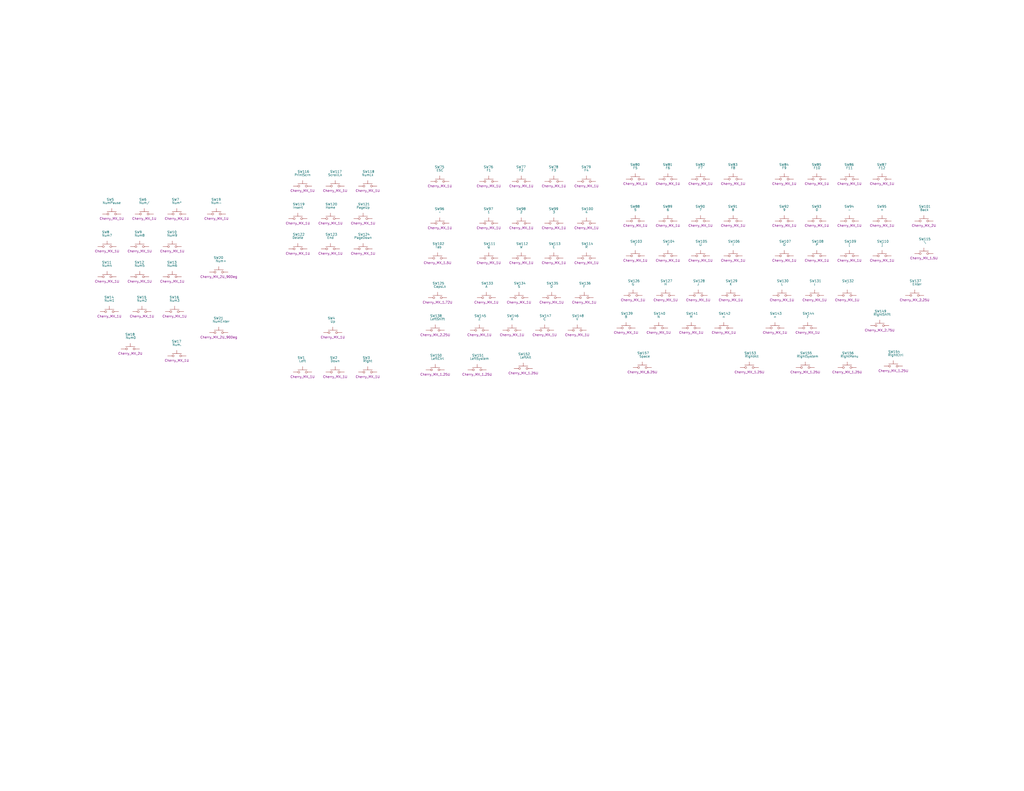
<source format=kicad_sch>
(kicad_sch (version 20231120) (generator "eeschema") (generator_version "8.0")
  (paper "C")
  (no_connect (at -17.78 -119.38))
  (no_connect (at -20.32 -121.92))
  (symbol (lib_name "Mechanical_Keyboard/Cherry_MX_2.75U_1") (lib_id "DB:Mechanical_Keyboard/Cherry_MX_2.75U") (at 480.06 177.8 0) (unit 1)
    (property "Reference" "SW149" (at 477.266 169.926 0) (effects (justify left)))
    (property "Value" "RightShift" (at 481.33 171.704 0))
    (property "Footprint" "bk_Switch_Keyboard_Cherry_MX:SW_Cherry_MX_PCB_2.75u" (effects (hide yes)))
    (property "Description" "Cherry_MX_2.75U" (at 480.06 180.34 0))
    (property "MPN" "Unkown" (effects (hide yes)))
    (property "Manufacture" "Unkown" (effects (hide yes)))
    (property "Symbol Heritage" "NONE" (effects (hide yes)))
    (property "Footprint Heritage" "NONE" (effects (hide yes)))
  )
  (symbol (lib_name "Mechanical_Keyboard/Cherry_MX_1.0U_1") (lib_id "DB:Mechanical_Keyboard/Cherry_MX_1.0U") (at 400.05 120.65 0) (unit 1)
    (property "Reference" "SW91" (at 397.256 112.776 0) (effects (justify left)))
    (property "Value" "8" (at 400.05 114.554 0))
    (property "Footprint" "bk_Switch_Keyboard_Cherry_MX:SW_Cherry_MX_PCB_1.00u" (effects (hide yes)))
    (property "Description" "Cherry_MX_1U" (at 400.05 123.19 0))
    (property "MPN" "Unkown" (effects (hide yes)))
    (property "Manufacture" "Unkown" (effects (hide yes)))
    (property "Symbol Heritage" "NONE" (effects (hide yes)))
    (property "Footprint Heritage" "NONE" (effects (hide yes)))
  )
  (symbol (lib_name "Mechanical_Keyboard/Cherry_MX_1.0U_1") (lib_id "DB:Mechanical_Keyboard/Cherry_MX_1.0U") (at 381 161.29 0) (unit 1)
    (property "Reference" "SW128" (at 378.206 153.416 0) (effects (justify left)))
    (property "Value" "J" (at 381 155.194 0))
    (property "Footprint" "bk_Switch_Keyboard_Cherry_MX:SW_Cherry_MX_PCB_1.00u" (effects (hide yes)))
    (property "Description" "Cherry_MX_1U" (at 381 163.83 0))
    (property "MPN" "Unkown" (effects (hide yes)))
    (property "Manufacture" "Unkown" (effects (hide yes)))
    (property "Symbol Heritage" "NONE" (effects (hide yes)))
    (property "Footprint Heritage" "NONE" (effects (hide yes)))
  )
  (symbol (lib_name "Mechanical_Keyboard/Cherry_MX_1.0U_1") (lib_id "DB:Mechanical_Keyboard/Cherry_MX_1.0U") (at 364.49 97.79 0) (unit 1)
    (property "Reference" "SW81" (at 361.696 89.916 0) (effects (justify left)))
    (property "Value" "F6" (at 364.49 91.694 0))
    (property "Footprint" "bk_Switch_Keyboard_Cherry_MX:SW_Cherry_MX_PCB_1.00u" (effects (hide yes)))
    (property "Description" "Cherry_MX_1U" (at 364.49 100.33 0))
    (property "MPN" "Unkown" (effects (hide yes)))
    (property "Manufacture" "Unkown" (effects (hide yes)))
    (property "Symbol Heritage" "NONE" (effects (hide yes)))
    (property "Footprint Heritage" "NONE" (effects (hide yes)))
  )
  (symbol (lib_name "Mechanical_Keyboard/Cherry_MX_1.0U_1") (lib_id "DB:Mechanical_Keyboard/Cherry_MX_1.0U") (at 266.7 140.97 0) (unit 1)
    (property "Reference" "SW111" (at 263.906 133.096 0) (effects (justify left)))
    (property "Value" "Q" (at 266.7 134.874 0))
    (property "Footprint" "bk_Switch_Keyboard_Cherry_MX:SW_Cherry_MX_PCB_1.00u" (effects (hide yes)))
    (property "Description" "Cherry_MX_1U" (at 266.7 143.51 0))
    (property "MPN" "Unkown" (effects (hide yes)))
    (property "Manufacture" "Unkown" (effects (hide yes)))
    (property "Symbol Heritage" "NONE" (effects (hide yes)))
    (property "Footprint Heritage" "NONE" (effects (hide yes)))
  )
  (symbol (lib_name "Mechanical_Keyboard/Cherry_MX_1.0U_1") (lib_id "DB:Mechanical_Keyboard/Cherry_MX_1.0U") (at 481.33 120.65 0) (unit 1)
    (property "Reference" "SW95" (at 478.536 112.776 0) (effects (justify left)))
    (property "Value" "=" (at 481.33 114.554 0))
    (property "Footprint" "bk_Switch_Keyboard_Cherry_MX:SW_Cherry_MX_PCB_1.00u" (effects (hide yes)))
    (property "Description" "Cherry_MX_1U" (at 481.33 123.19 0))
    (property "MPN" "Unkown" (effects (hide yes)))
    (property "Manufacture" "Unkown" (effects (hide yes)))
    (property "Symbol Heritage" "NONE" (effects (hide yes)))
    (property "Footprint Heritage" "NONE" (effects (hide yes)))
  )
  (symbol (lib_name "Mechanical_Keyboard/Cherry_MX_1.0U_1") (lib_id "DB:Mechanical_Keyboard/Cherry_MX_1.0U") (at 118.11 116.84 0) (unit 1)
    (property "Reference" "SW19" (at 115.316 108.966 0) (effects (justify left)))
    (property "Value" "Num-" (at 118.11 110.744 0))
    (property "Footprint" "bk_Switch_Keyboard_Cherry_MX:SW_Cherry_MX_PCB_1.00u" (effects (hide yes)))
    (property "Description" "Cherry_MX_1U" (at 118.11 119.38 0))
    (property "MPN" "Unkown" (effects (hide yes)))
    (property "Manufacture" "Unkown" (effects (hide yes)))
    (property "Symbol Heritage" "NONE" (effects (hide yes)))
    (property "Footprint Heritage" "NONE" (effects (hide yes)))
  )
  (symbol (lib_name "Mechanical_Keyboard/Cherry_MX_1.25U_1") (lib_id "DB:Mechanical_Keyboard/Cherry_MX_1.25U") (at 487.4813 199.9377 0) (unit 1)
    (property "Reference" "SW154" (at 484.6873 192.0637 0) (effects (justify left)))
    (property "Value" "RightCtrl" (at 488.7513 193.8417 0))
    (property "Footprint" "bk_Switch_Keyboard_Cherry_MX:SW_Cherry_MX_PCB_1.25u" (effects (hide yes)))
    (property "Description" "Cherry_MX_1.25U" (at 487.4813 202.4777 0))
    (property "MPN" "Unkown" (effects (hide yes)))
    (property "Manufacture" "Unkown" (effects (hide yes)))
    (property "Symbol Heritage" "NONE" (effects (hide yes)))
    (property "Footprint Heritage" "NONE" (effects (hide yes)))
  )
  (symbol (lib_name "Mechanical_Keyboard/Cherry_MX_2.25U_1") (lib_id "DB:Mechanical_Keyboard/Cherry_MX_2.25U") (at 237.49 180.34 0) (unit 1)
    (property "Reference" "SW138" (at 234.696 172.466 0) (effects (justify left)))
    (property "Value" "LeftShift" (at 238.76 174.244 0))
    (property "Footprint" "bk_Switch_Keyboard_Cherry_MX:SW_Cherry_MX_PCB_2.25u" (effects (hide yes)))
    (property "Description" "Cherry_MX_2.25U" (at 237.49 182.88 0))
    (property "MPN" "Unkown" (effects (hide yes)))
    (property "Manufacture" "Unkown" (effects (hide yes)))
    (property "Symbol Heritage" "NONE" (effects (hide yes)))
    (property "Footprint Heritage" "NONE" (effects (hide yes)))
  )
  (symbol (lib_name "Mechanical_Keyboard/Cherry_MX_1.0U_1") (lib_id "DB:Mechanical_Keyboard/Cherry_MX_1.0U") (at 302.26 140.97 0) (unit 1)
    (property "Reference" "SW113" (at 299.466 133.096 0) (effects (justify left)))
    (property "Value" "E" (at 302.26 134.874 0))
    (property "Footprint" "bk_Switch_Keyboard_Cherry_MX:SW_Cherry_MX_PCB_1.00u" (effects (hide yes)))
    (property "Description" "Cherry_MX_1U" (at 302.26 143.51 0))
    (property "MPN" "Unkown" (effects (hide yes)))
    (property "Manufacture" "Unkown" (effects (hide yes)))
    (property "Symbol Heritage" "NONE" (effects (hide yes)))
    (property "Footprint Heritage" "NONE" (effects (hide yes)))
  )
  (symbol (lib_name "Mechanical_Keyboard/Cherry_MX_1.0U_1") (lib_id "DB:Mechanical_Keyboard/Cherry_MX_1.0U") (at 283.21 162.56 0) (unit 1)
    (property "Reference" "SW134" (at 280.416 154.686 0) (effects (justify left)))
    (property "Value" "S" (at 283.21 156.464 0))
    (property "Footprint" "bk_Switch_Keyboard_Cherry_MX:SW_Cherry_MX_PCB_1.00u" (effects (hide yes)))
    (property "Description" "Cherry_MX_1U" (at 283.21 165.1 0))
    (property "MPN" "Unkown" (effects (hide yes)))
    (property "Manufacture" "Unkown" (effects (hide yes)))
    (property "Symbol Heritage" "NONE" (effects (hide yes)))
    (property "Footprint Heritage" "NONE" (effects (hide yes)))
  )
  (symbol (lib_name "Mechanical_Keyboard/Cherry_MX_1.0U_1") (lib_id "DB:Mechanical_Keyboard/Cherry_MX_1.0U") (at 240.03 121.92 0) (unit 1)
    (property "Reference" "SW96" (at 237.236 114.046 0) (effects (justify left)))
    (property "Value" "~" (at 240.03 115.824 0))
    (property "Footprint" "bk_Switch_Keyboard_Cherry_MX:SW_Cherry_MX_PCB_1.00u" (effects (hide yes)))
    (property "Description" "Cherry_MX_1U" (at 240.03 124.46 0))
    (property "MPN" "Unkown" (effects (hide yes)))
    (property "Manufacture" "Unkown" (effects (hide yes)))
    (property "Symbol Heritage" "NONE" (effects (hide yes)))
    (property "Footprint Heritage" "NONE" (effects (hide yes)))
  )
  (symbol (lib_name "Mechanical_Keyboard/Cherry_MX_1.0U_1") (lib_id "DB:Mechanical_Keyboard/Cherry_MX_1.0U") (at 346.71 139.7 0) (unit 1)
    (property "Reference" "SW103" (at 343.916 131.826 0) (effects (justify left)))
    (property "Value" "T" (at 346.71 133.604 0))
    (property "Footprint" "bk_Switch_Keyboard_Cherry_MX:SW_Cherry_MX_PCB_1.00u" (effects (hide yes)))
    (property "Description" "Cherry_MX_1U" (at 346.71 142.24 0))
    (property "MPN" "Unkown" (effects (hide yes)))
    (property "Manufacture" "Unkown" (effects (hide yes)))
    (property "Symbol Heritage" "NONE" (effects (hide yes)))
    (property "Footprint Heritage" "NONE" (effects (hide yes)))
  )
  (symbol (lib_name "Mechanical_Keyboard/Cherry_MX_1.0U_1") (lib_id "DB:Mechanical_Keyboard/Cherry_MX_1.0U") (at 58.42 134.62 0) (unit 1)
    (property "Reference" "SW8" (at 55.626 126.746 0) (effects (justify left)))
    (property "Value" "Num7" (at 58.42 128.524 0))
    (property "Footprint" "bk_Switch_Keyboard_Cherry_MX:SW_Cherry_MX_PCB_1.00u" (effects (hide yes)))
    (property "Description" "Cherry_MX_1U" (at 58.42 137.16 0))
    (property "MPN" "Unkown" (effects (hide yes)))
    (property "Manufacture" "Unkown" (effects (hide yes)))
    (property "Symbol Heritage" "NONE" (effects (hide yes)))
    (property "Footprint Heritage" "NONE" (effects (hide yes)))
  )
  (symbol (lib_name "Mechanical_Keyboard/Cherry_MX_1.0U_1") (lib_id "DB:Mechanical_Keyboard/Cherry_MX_1.0U") (at 462.28 161.29 0) (unit 1)
    (property "Reference" "SW132" (at 459.486 153.416 0) (effects (justify left)))
    (property "Value" "\"" (at 462.28 155.194 0))
    (property "Footprint" "bk_Switch_Keyboard_Cherry_MX:SW_Cherry_MX_PCB_1.00u" (effects (hide yes)))
    (property "Description" "Cherry_MX_1U" (at 462.28 163.83 0))
    (property "MPN" "Unkown" (effects (hide yes)))
    (property "Manufacture" "Unkown" (effects (hide yes)))
    (property "Symbol Heritage" "NONE" (effects (hide yes)))
    (property "Footprint Heritage" "NONE" (effects (hide yes)))
  )
  (symbol (lib_name "Mechanical_Keyboard/Cherry_MX_1.0U_1") (lib_id "DB:Mechanical_Keyboard/Cherry_MX_1.0U") (at 284.48 140.97 0) (unit 1)
    (property "Reference" "SW112" (at 281.686 133.096 0) (effects (justify left)))
    (property "Value" "W" (at 284.48 134.874 0))
    (property "Footprint" "bk_Switch_Keyboard_Cherry_MX:SW_Cherry_MX_PCB_1.00u" (effects (hide yes)))
    (property "Description" "Cherry_MX_1U" (at 284.48 143.51 0))
    (property "MPN" "Unkown" (effects (hide yes)))
    (property "Manufacture" "Unkown" (effects (hide yes)))
    (property "Symbol Heritage" "NONE" (effects (hide yes)))
    (property "Footprint Heritage" "NONE" (effects (hide yes)))
  )
  (symbol (lib_name "Mechanical_Keyboard/Cherry_MX_1.0U_1") (lib_id "DB:Mechanical_Keyboard/Cherry_MX_1.0U") (at 198.12 119.38 0) (unit 1)
    (property "Reference" "SW121" (at 195.326 111.506 0) (effects (justify left)))
    (property "Value" "PageUp" (at 198.12 113.284 0))
    (property "Footprint" "bk_Switch_Keyboard_Cherry_MX:SW_Cherry_MX_PCB_1.00u" (effects (hide yes)))
    (property "Description" "Cherry_MX_1U" (at 198.12 121.92 0))
    (property "MPN" "Unkown" (effects (hide yes)))
    (property "Manufacture" "Unkown" (effects (hide yes)))
    (property "Symbol Heritage" "NONE" (effects (hide yes)))
    (property "Footprint Heritage" "NONE" (effects (hide yes)))
  )
  (symbol (lib_name "Mechanical_Keyboard/Cherry_MX_1.0U_1") (lib_id "DB:Mechanical_Keyboard/Cherry_MX_1.0U") (at 284.48 99.06 0) (unit 1)
    (property "Reference" "SW77" (at 281.686 91.186 0) (effects (justify left)))
    (property "Value" "F2" (at 284.48 92.964 0))
    (property "Footprint" "bk_Switch_Keyboard_Cherry_MX:SW_Cherry_MX_PCB_1.00u" (effects (hide yes)))
    (property "Description" "Cherry_MX_1U" (at 284.48 101.6 0))
    (property "MPN" "Unkown" (effects (hide yes)))
    (property "Manufacture" "Unkown" (effects (hide yes)))
    (property "Symbol Heritage" "NONE" (effects (hide yes)))
    (property "Footprint Heritage" "NONE" (effects (hide yes)))
  )
  (symbol (lib_name "Mechanical_Keyboard/Cherry_MX_1.0U_1") (lib_id "DB:Mechanical_Keyboard/Cherry_MX_1.0U") (at 266.7 99.06 0) (unit 1)
    (property "Reference" "SW76" (at 263.906 91.186 0) (effects (justify left)))
    (property "Value" "F1" (at 266.7 92.964 0))
    (property "Footprint" "bk_Switch_Keyboard_Cherry_MX:SW_Cherry_MX_PCB_1.00u" (effects (hide yes)))
    (property "Description" "Cherry_MX_1U" (at 266.7 101.6 0))
    (property "MPN" "Unkown" (effects (hide yes)))
    (property "Manufacture" "Unkown" (effects (hide yes)))
    (property "Symbol Heritage" "NONE" (effects (hide yes)))
    (property "Footprint Heritage" "NONE" (effects (hide yes)))
  )
  (symbol (lib_name "Mechanical_Keyboard/Cherry_MX_1.0U_1") (lib_id "DB:Mechanical_Keyboard/Cherry_MX_1.0U") (at 345.44 161.29 0) (unit 1)
    (property "Reference" "SW126" (at 342.646 153.416 0) (effects (justify left)))
    (property "Value" "G" (at 345.44 155.194 0))
    (property "Footprint" "bk_Switch_Keyboard_Cherry_MX:SW_Cherry_MX_PCB_1.00u" (effects (hide yes)))
    (property "Description" "Cherry_MX_1U" (at 345.44 163.83 0))
    (property "MPN" "Unkown" (effects (hide yes)))
    (property "Manufacture" "Unkown" (effects (hide yes)))
    (property "Symbol Heritage" "NONE" (effects (hide yes)))
    (property "Footprint Heritage" "NONE" (effects (hide yes)))
  )
  (symbol (lib_name "Mechanical_Keyboard/Cherry_MX_1.0U_1") (lib_id "DB:Mechanical_Keyboard/Cherry_MX_1.0U") (at 314.96 180.34 0) (unit 1)
    (property "Reference" "SW148" (at 312.166 172.466 0) (effects (justify left)))
    (property "Value" "V" (at 314.96 174.244 0))
    (property "Footprint" "bk_Switch_Keyboard_Cherry_MX:SW_Cherry_MX_PCB_1.00u" (effects (hide yes)))
    (property "Description" "Cherry_MX_1U" (at 314.96 182.88 0))
    (property "MPN" "Unkown" (effects (hide yes)))
    (property "Manufacture" "Unkown" (effects (hide yes)))
    (property "Symbol Heritage" "NONE" (effects (hide yes)))
    (property "Footprint Heritage" "NONE" (effects (hide yes)))
  )
  (symbol (lib_name "Mechanical_Keyboard/Cherry_MX_1.0U_1") (lib_id "DB:Mechanical_Keyboard/Cherry_MX_1.0U") (at 363.22 161.29 0) (unit 1)
    (property "Reference" "SW127" (at 360.426 153.416 0) (effects (justify left)))
    (property "Value" "H" (at 363.22 155.194 0))
    (property "Footprint" "bk_Switch_Keyboard_Cherry_MX:SW_Cherry_MX_PCB_1.00u" (effects (hide yes)))
    (property "Description" "Cherry_MX_1U" (at 363.22 163.83 0))
    (property "MPN" "Unkown" (effects (hide yes)))
    (property "Manufacture" "Unkown" (effects (hide yes)))
    (property "Symbol Heritage" "NONE" (effects (hide yes)))
    (property "Footprint Heritage" "NONE" (effects (hide yes)))
  )
  (symbol (lib_name "Mechanical_Keyboard/Cherry_MX_1.0U_1") (lib_id "DB:Mechanical_Keyboard/Cherry_MX_1.0U") (at 96.52 194.31 0) (unit 1)
    (property "Reference" "SW17" (at 93.726 186.436 0) (effects (justify left)))
    (property "Value" "Num." (at 96.52 188.214 0))
    (property "Footprint" "bk_Switch_Keyboard_Cherry_MX:SW_Cherry_MX_PCB_1.00u" (effects (hide yes)))
    (property "Description" "Cherry_MX_1U" (at 96.52 196.85 0))
    (property "MPN" "Unkown" (effects (hide yes)))
    (property "Manufacture" "Unkown" (effects (hide yes)))
    (property "Symbol Heritage" "NONE" (effects (hide yes)))
    (property "Footprint Heritage" "NONE" (effects (hide yes)))
  )
  (symbol (lib_name "Mechanical_Keyboard/Cherry_MX_1.25U_1") (lib_id "DB:Mechanical_Keyboard/Cherry_MX_1.25U") (at 439.42 200.66 0) (unit 1)
    (property "Reference" "SW155" (at 436.626 192.786 0) (effects (justify left)))
    (property "Value" "RightSystem" (at 440.69 194.564 0))
    (property "Footprint" "bk_Switch_Keyboard_Cherry_MX:SW_Cherry_MX_PCB_1.25u" (effects (hide yes)))
    (property "Description" "Cherry_MX_1.25U" (at 439.42 203.2 0))
    (property "MPN" "Unkown" (effects (hide yes)))
    (property "Manufacture" "Unkown" (effects (hide yes)))
    (property "Symbol Heritage" "NONE" (effects (hide yes)))
    (property "Footprint Heritage" "NONE" (effects (hide yes)))
  )
  (symbol (lib_name "Mechanical_Keyboard/Cherry_MX_1.0U_1") (lib_id "DB:Mechanical_Keyboard/Cherry_MX_1.0U") (at 341.63 179.07 0) (unit 1)
    (property "Reference" "SW139" (at 338.836 171.196 0) (effects (justify left)))
    (property "Value" "B" (at 341.63 172.974 0))
    (property "Footprint" "bk_Switch_Keyboard_Cherry_MX:SW_Cherry_MX_PCB_1.00u" (effects (hide yes)))
    (property "Description" "Cherry_MX_1U" (at 341.63 181.61 0))
    (property "MPN" "Unkown" (effects (hide yes)))
    (property "Manufacture" "Unkown" (effects (hide yes)))
    (property "Symbol Heritage" "NONE" (effects (hide yes)))
    (property "Footprint Heritage" "NONE" (effects (hide yes)))
  )
  (symbol (lib_name "Mechanical_Keyboard/Cherry_MX_1.0U_1") (lib_id "DB:Mechanical_Keyboard/Cherry_MX_1.0U") (at 427.99 120.65 0) (unit 1)
    (property "Reference" "SW92" (at 425.196 112.776 0) (effects (justify left)))
    (property "Value" "9" (at 427.99 114.554 0))
    (property "Footprint" "bk_Switch_Keyboard_Cherry_MX:SW_Cherry_MX_PCB_1.00u" (effects (hide yes)))
    (property "Description" "Cherry_MX_1U" (at 427.99 123.19 0))
    (property "MPN" "Unkown" (effects (hide yes)))
    (property "Manufacture" "Unkown" (effects (hide yes)))
    (property "Symbol Heritage" "NONE" (effects (hide yes)))
    (property "Footprint Heritage" "NONE" (effects (hide yes)))
  )
  (symbol (lib_name "Mechanical_Keyboard/Cherry_MX_1.25U_1") (lib_id "DB:Mechanical_Keyboard/Cherry_MX_1.25U") (at 237.49 201.93 0) (unit 1)
    (property "Reference" "SW150" (at 234.696 194.056 0) (effects (justify left)))
    (property "Value" "LeftCtrl" (at 238.76 195.834 0))
    (property "Footprint" "bk_Switch_Keyboard_Cherry_MX:SW_Cherry_MX_PCB_1.25u" (effects (hide yes)))
    (property "Description" "Cherry_MX_1.25U" (at 237.49 204.47 0))
    (property "MPN" "Unkown" (effects (hide yes)))
    (property "Manufacture" "Unkown" (effects (hide yes)))
    (property "Symbol Heritage" "NONE" (effects (hide yes)))
    (property "Footprint Heritage" "NONE" (effects (hide yes)))
  )
  (symbol (lib_name "Mechanical_Keyboard/Cherry_MX_1.0U_1") (lib_id "DB:Mechanical_Keyboard/Cherry_MX_1.0U") (at 200.66 101.6 0) (unit 1)
    (property "Reference" "SW118" (at 197.866 93.726 0) (effects (justify left)))
    (property "Value" "NumLk" (at 200.66 95.504 0))
    (property "Footprint" "bk_Switch_Keyboard_Cherry_MX:SW_Cherry_MX_PCB_1.00u" (effects (hide yes)))
    (property "Description" "Cherry_MX_1U" (at 200.66 104.14 0))
    (property "MPN" "Unkown" (effects (hide yes)))
    (property "Manufacture" "Unkown" (effects (hide yes)))
    (property "Symbol Heritage" "NONE" (effects (hide yes)))
    (property "Footprint Heritage" "NONE" (effects (hide yes)))
  )
  (symbol (lib_name "Mechanical_Keyboard/Cherry_MX_1.0U_1") (lib_id "DB:Mechanical_Keyboard/Cherry_MX_1.0U") (at 93.98 134.62 0) (unit 1)
    (property "Reference" "SW10" (at 91.186 126.746 0) (effects (justify left)))
    (property "Value" "Num9" (at 93.98 128.524 0))
    (property "Footprint" "bk_Switch_Keyboard_Cherry_MX:SW_Cherry_MX_PCB_1.00u" (effects (hide yes)))
    (property "Description" "Cherry_MX_1U" (at 93.98 137.16 0))
    (property "MPN" "Unkown" (effects (hide yes)))
    (property "Manufacture" "Unkown" (effects (hide yes)))
    (property "Symbol Heritage" "NONE" (effects (hide yes)))
    (property "Footprint Heritage" "NONE" (effects (hide yes)))
  )
  (symbol (lib_name "Mechanical_Keyboard/Cherry_MX_1.0U_1") (lib_id "DB:Mechanical_Keyboard/Cherry_MX_1.0U") (at 346.71 97.79 0) (unit 1)
    (property "Reference" "SW80" (at 343.916 89.916 0) (effects (justify left)))
    (property "Value" "F5" (at 346.71 91.694 0))
    (property "Footprint" "bk_Switch_Keyboard_Cherry_MX:SW_Cherry_MX_PCB_1.00u" (effects (hide yes)))
    (property "Description" "Cherry_MX_1U" (at 346.71 100.33 0))
    (property "MPN" "Unkown" (effects (hide yes)))
    (property "Manufacture" "Unkown" (effects (hide yes)))
    (property "Symbol Heritage" "NONE" (effects (hide yes)))
    (property "Footprint Heritage" "NONE" (effects (hide yes)))
  )
  (symbol (lib_name "Mechanical_Keyboard/Cherry_MX_6.25U_1") (lib_id "DB:Mechanical_Keyboard/Cherry_MX_6.25U") (at 350.52 200.66 0) (unit 1)
    (property "Reference" "SW157" (at 347.726 192.786 0) (effects (justify left)))
    (property "Value" "Space" (at 351.79 194.564 0))
    (property "Footprint" "bk_Switch_Keyboard_Cherry_MX:SW_Cherry_MX_PCB_6.25u" (effects (hide yes)))
    (property "Description" "Cherry_MX_6.25U" (at 350.52 203.2 0))
    (property "MPN" "Unkown" (effects (hide yes)))
    (property "Manufacture" "Unkown" (effects (hide yes)))
    (property "Symbol Heritage" "NONE" (effects (hide yes)))
    (property "Footprint Heritage" "NONE" (effects (hide yes)))
  )
  (symbol (lib_name "Mechanical_Keyboard/Cherry_MX_1.0U_1") (lib_id "DB:Mechanical_Keyboard/Cherry_MX_1.0U") (at 445.77 139.7 0) (unit 1)
    (property "Reference" "SW108" (at 442.976 131.826 0) (effects (justify left)))
    (property "Value" "P" (at 445.77 133.604 0))
    (property "Footprint" "bk_Switch_Keyboard_Cherry_MX:SW_Cherry_MX_PCB_1.00u" (effects (hide yes)))
    (property "Description" "Cherry_MX_1U" (at 445.77 142.24 0))
    (property "MPN" "Unkown" (effects (hide yes)))
    (property "Manufacture" "Unkown" (effects (hide yes)))
    (property "Symbol Heritage" "NONE" (effects (hide yes)))
    (property "Footprint Heritage" "NONE" (effects (hide yes)))
  )
  (symbol (lib_name "Mechanical_Keyboard/Cherry_MX_1.25U_1") (lib_id "DB:Mechanical_Keyboard/Cherry_MX_1.25U") (at 462.28 200.66 0) (unit 1)
    (property "Reference" "SW156" (at 459.486 192.786 0) (effects (justify left)))
    (property "Value" "RightMenu" (at 463.55 194.564 0))
    (property "Footprint" "bk_Switch_Keyboard_Cherry_MX:SW_Cherry_MX_PCB_1.25u" (effects (hide yes)))
    (property "Description" "Cherry_MX_1.25U" (at 462.28 203.2 0))
    (property "MPN" "Unkown" (effects (hide yes)))
    (property "Manufacture" "Unkown" (effects (hide yes)))
    (property "Symbol Heritage" "NONE" (effects (hide yes)))
    (property "Footprint Heritage" "NONE" (effects (hide yes)))
  )
  (symbol (lib_name "Mechanical_Keyboard/Cherry_MX_1.0U_1") (lib_id "DB:Mechanical_Keyboard/Cherry_MX_1.0U") (at 95.25 170.18 0) (unit 1)
    (property "Reference" "SW16" (at 92.456 162.306 0) (effects (justify left)))
    (property "Value" "Num3" (at 95.25 164.084 0))
    (property "Footprint" "bk_Switch_Keyboard_Cherry_MX:SW_Cherry_MX_PCB_1.00u" (effects (hide yes)))
    (property "Description" "Cherry_MX_1U" (at 95.25 172.72 0))
    (property "MPN" "Unkown" (effects (hide yes)))
    (property "Manufacture" "Unkown" (effects (hide yes)))
    (property "Symbol Heritage" "NONE" (effects (hide yes)))
    (property "Footprint Heritage" "NONE" (effects (hide yes)))
  )
  (symbol (lib_name "Mechanical_Keyboard/Cherry_MX_1.25U_1") (lib_id "DB:Mechanical_Keyboard/Cherry_MX_1.25U") (at 260.35 201.93 0) (unit 1)
    (property "Reference" "SW151" (at 257.556 194.056 0) (effects (justify left)))
    (property "Value" "LeftSystem" (at 261.62 195.834 0))
    (property "Footprint" "bk_Switch_Keyboard_Cherry_MX:SW_Cherry_MX_PCB_1.25u" (effects (hide yes)))
    (property "Description" "Cherry_MX_1.25U" (at 260.35 204.47 0))
    (property "MPN" "Unkown" (effects (hide yes)))
    (property "Manufacture" "Unkown" (effects (hide yes)))
    (property "Symbol Heritage" "NONE" (effects (hide yes)))
    (property "Footprint Heritage" "NONE" (effects (hide yes)))
  )
  (symbol (lib_name "Mechanical_Keyboard/Cherry_MX_1.0U_1") (lib_id "DB:Mechanical_Keyboard/Cherry_MX_1.0U") (at 181.61 181.61 0) (unit 1)
    (property "Reference" "SW4" (at 178.816 173.736 0) (effects (justify left)))
    (property "Value" "Up" (at 181.61 175.514 0))
    (property "Footprint" "bk_Switch_Keyboard_Cherry_MX:SW_Cherry_MX_PCB_1.00u" (effects (hide yes)))
    (property "Description" "Cherry_MX_1U" (at 181.61 184.15 0))
    (property "MPN" "Unkown" (effects (hide yes)))
    (property "Manufacture" "Unkown" (effects (hide yes)))
    (property "Symbol Heritage" "NONE" (effects (hide yes)))
    (property "Footprint Heritage" "NONE" (effects (hide yes)))
  )
  (symbol (lib_name "Mechanical_Keyboard/Cherry_MX_1.0U_1") (lib_id "DB:Mechanical_Keyboard/Cherry_MX_1.0U") (at 427.99 97.79 0) (unit 1)
    (property "Reference" "SW84" (at 425.196 89.916 0) (effects (justify left)))
    (property "Value" "F9" (at 427.99 91.694 0))
    (property "Footprint" "bk_Switch_Keyboard_Cherry_MX:SW_Cherry_MX_PCB_1.00u" (effects (hide yes)))
    (property "Description" "Cherry_MX_1U" (at 427.99 100.33 0))
    (property "MPN" "Unkown" (effects (hide yes)))
    (property "Manufacture" "Unkown" (effects (hide yes)))
    (property "Symbol Heritage" "NONE" (effects (hide yes)))
    (property "Footprint Heritage" "NONE" (effects (hide yes)))
  )
  (symbol (lib_name "Mechanical_Keyboard/Cherry_MX_1.72U_1") (lib_id "DB:Mechanical_Keyboard/Cherry_MX_1.72U") (at 238.76 162.56 0) (unit 1)
    (property "Reference" "SW125" (at 235.966 154.686 0) (effects (justify left)))
    (property "Value" "CapsLk" (at 240.03 156.464 0))
    (property "Footprint" "bk_Switch_Keyboard_Cherry_MX:SW_Cherry_MX_PCB_1.75u" (effects (hide yes)))
    (property "Description" "Cherry_MX_1.72U" (at 238.76 165.1 0))
    (property "MPN" "Unkown" (effects (hide yes)))
    (property "Manufacture" "Unkown" (effects (hide yes)))
    (property "Symbol Heritage" "NONE" (effects (hide yes)))
    (property "Footprint Heritage" "NONE" (effects (hide yes)))
  )
  (symbol (lib_name "Mechanical_Keyboard/Cherry_MX_1.0U_1") (lib_id "DB:Mechanical_Keyboard/Cherry_MX_1.0U") (at 240.03 99.06 0) (unit 1)
    (property "Reference" "SW75" (at 237.236 91.186 0) (effects (justify left)))
    (property "Value" "ESC" (at 240.03 92.964 0))
    (property "Footprint" "bk_Switch_Keyboard_Cherry_MX:SW_Cherry_MX_PCB_1.00u" (effects (hide yes)))
    (property "Description" "Cherry_MX_1U" (at 240.03 101.6 0))
    (property "MPN" "Unkown" (effects (hide yes)))
    (property "Manufacture" "Unkown" (effects (hide yes)))
    (property "Symbol Heritage" "NONE" (effects (hide yes)))
    (property "Footprint Heritage" "NONE" (effects (hide yes)))
  )
  (symbol (lib_name "Mechanical_Keyboard/Cherry_MX_1.0U_1") (lib_id "DB:Mechanical_Keyboard/Cherry_MX_1.0U") (at 302.26 99.06 0) (unit 1)
    (property "Reference" "SW78" (at 299.466 91.186 0) (effects (justify left)))
    (property "Value" "F3" (at 302.26 92.964 0))
    (property "Footprint" "bk_Switch_Keyboard_Cherry_MX:SW_Cherry_MX_PCB_1.00u" (effects (hide yes)))
    (property "Description" "Cherry_MX_1U" (at 302.26 101.6 0))
    (property "MPN" "Unkown" (effects (hide yes)))
    (property "Manufacture" "Unkown" (effects (hide yes)))
    (property "Symbol Heritage" "NONE" (effects (hide yes)))
    (property "Footprint Heritage" "NONE" (effects (hide yes)))
  )
  (symbol (lib_name "Mechanical_Keyboard/Cherry_MX_2.25U_1") (lib_id "DB:Mechanical_Keyboard/Cherry_MX_2.25U") (at 499.11 161.29 0) (unit 1)
    (property "Reference" "SW137" (at 496.316 153.416 0) (effects (justify left)))
    (property "Value" "Enter" (at 500.38 155.194 0))
    (property "Footprint" "bk_Switch_Keyboard_Cherry_MX:SW_Cherry_MX_PCB_2.25u" (effects (hide yes)))
    (property "Description" "Cherry_MX_2.25U" (at 499.11 163.83 0))
    (property "MPN" "Unkown" (effects (hide yes)))
    (property "Manufacture" "Unkown" (effects (hide yes)))
    (property "Symbol Heritage" "NONE" (effects (hide yes)))
    (property "Footprint Heritage" "NONE" (effects (hide yes)))
  )
  (symbol (lib_name "Mechanical_Keyboard/Cherry_MX_1.0U_1") (lib_id "DB:Mechanical_Keyboard/Cherry_MX_1.0U") (at 382.27 120.65 0) (unit 1)
    (property "Reference" "SW90" (at 379.476 112.776 0) (effects (justify left)))
    (property "Value" "7" (at 382.27 114.554 0))
    (property "Footprint" "bk_Switch_Keyboard_Cherry_MX:SW_Cherry_MX_PCB_1.00u" (effects (hide yes)))
    (property "Description" "Cherry_MX_1U" (at 382.27 123.19 0))
    (property "MPN" "Unkown" (effects (hide yes)))
    (property "Manufacture" "Unkown" (effects (hide yes)))
    (property "Symbol Heritage" "NONE" (effects (hide yes)))
    (property "Footprint Heritage" "NONE" (effects (hide yes)))
  )
  (symbol (lib_name "Mechanical_Keyboard/Cherry_MX_1.0U_1") (lib_id "DB:Mechanical_Keyboard/Cherry_MX_1.0U") (at 302.26 121.92 0) (unit 1)
    (property "Reference" "SW99" (at 299.466 114.046 0) (effects (justify left)))
    (property "Value" "3" (at 302.26 115.824 0))
    (property "Footprint" "bk_Switch_Keyboard_Cherry_MX:SW_Cherry_MX_PCB_1.00u" (effects (hide yes)))
    (property "Description" "Cherry_MX_1U" (at 302.26 124.46 0))
    (property "MPN" "Unkown" (effects (hide yes)))
    (property "Manufacture" "Unkown" (effects (hide yes)))
    (property "Symbol Heritage" "NONE" (effects (hide yes)))
    (property "Footprint Heritage" "NONE" (effects (hide yes)))
  )
  (symbol (lib_name "Mechanical_Keyboard/Cherry_MX_1.0U_1") (lib_id "DB:Mechanical_Keyboard/Cherry_MX_1.0U") (at 320.04 99.06 0) (unit 1)
    (property "Reference" "SW79" (at 317.246 91.186 0) (effects (justify left)))
    (property "Value" "F4" (at 320.04 92.964 0))
    (property "Footprint" "bk_Switch_Keyboard_Cherry_MX:SW_Cherry_MX_PCB_1.00u" (effects (hide yes)))
    (property "Description" "Cherry_MX_1U" (at 320.04 101.6 0))
    (property "MPN" "Unkown" (effects (hide yes)))
    (property "Manufacture" "Unkown" (effects (hide yes)))
    (property "Symbol Heritage" "NONE" (effects (hide yes)))
    (property "Footprint Heritage" "NONE" (effects (hide yes)))
  )
  (symbol (lib_name "Mechanical_Keyboard/Cherry_MX_1.0U_1") (lib_id "DB:Mechanical_Keyboard/Cherry_MX_1.0U") (at 162.56 119.38 0) (unit 1)
    (property "Reference" "SW119" (at 159.766 111.506 0) (effects (justify left)))
    (property "Value" "Insert" (at 162.56 113.284 0))
    (property "Footprint" "bk_Switch_Keyboard_Cherry_MX:SW_Cherry_MX_PCB_1.00u" (effects (hide yes)))
    (property "Description" "Cherry_MX_1U" (at 162.56 121.92 0))
    (property "MPN" "Unkown" (effects (hide yes)))
    (property "Manufacture" "Unkown" (effects (hide yes)))
    (property "Symbol Heritage" "NONE" (effects (hide yes)))
    (property "Footprint Heritage" "NONE" (effects (hide yes)))
  )
  (symbol (lib_name "Mechanical_Keyboard/Cherry_MX_1.0U_1") (lib_id "DB:Mechanical_Keyboard/Cherry_MX_1.0U") (at 266.7 121.92 0) (unit 1)
    (property "Reference" "SW97" (at 263.906 114.046 0) (effects (justify left)))
    (property "Value" "1" (at 266.7 115.824 0))
    (property "Footprint" "bk_Switch_Keyboard_Cherry_MX:SW_Cherry_MX_PCB_1.00u" (effects (hide yes)))
    (property "Description" "Cherry_MX_1U" (at 266.7 124.46 0))
    (property "MPN" "Unkown" (effects (hide yes)))
    (property "Manufacture" "Unkown" (effects (hide yes)))
    (property "Symbol Heritage" "NONE" (effects (hide yes)))
    (property "Footprint Heritage" "NONE" (effects (hide yes)))
  )
  (symbol (lib_name "Mechanical_Keyboard/Cherry_MX_1.0U_1") (lib_id "DB:Mechanical_Keyboard/Cherry_MX_1.0U") (at 445.77 97.79 0) (unit 1)
    (property "Reference" "SW85" (at 442.976 89.916 0) (effects (justify left)))
    (property "Value" "F10" (at 445.77 91.694 0))
    (property "Footprint" "bk_Switch_Keyboard_Cherry_MX:SW_Cherry_MX_PCB_1.00u" (effects (hide yes)))
    (property "Description" "Cherry_MX_1U" (at 445.77 100.33 0))
    (property "MPN" "Unkown" (effects (hide yes)))
    (property "Manufacture" "Unkown" (effects (hide yes)))
    (property "Symbol Heritage" "NONE" (effects (hide yes)))
    (property "Footprint Heritage" "NONE" (effects (hide yes)))
  )
  (symbol (lib_name "Mechanical_Keyboard/Cherry_MX_1.0U_1") (lib_id "DB:Mechanical_Keyboard/Cherry_MX_1.0U") (at 422.91 179.07 0) (unit 1)
    (property "Reference" "SW143" (at 420.116 171.196 0) (effects (justify left)))
    (property "Value" ">" (at 422.91 172.974 0))
    (property "Footprint" "bk_Switch_Keyboard_Cherry_MX:SW_Cherry_MX_PCB_1.00u" (effects (hide yes)))
    (property "Description" "Cherry_MX_1U" (at 422.91 181.61 0))
    (property "MPN" "Unkown" (effects (hide yes)))
    (property "Manufacture" "Unkown" (effects (hide yes)))
    (property "Symbol Heritage" "NONE" (effects (hide yes)))
    (property "Footprint Heritage" "NONE" (effects (hide yes)))
  )
  (symbol (lib_name "Mechanical_Keyboard/Cherry_MX_1.0U_1") (lib_id "DB:Mechanical_Keyboard/Cherry_MX_1.0U") (at 463.55 120.65 0) (unit 1)
    (property "Reference" "SW94" (at 460.756 112.776 0) (effects (justify left)))
    (property "Value" "-" (at 463.55 114.554 0))
    (property "Footprint" "bk_Switch_Keyboard_Cherry_MX:SW_Cherry_MX_PCB_1.00u" (effects (hide yes)))
    (property "Description" "Cherry_MX_1U" (at 463.55 123.19 0))
    (property "MPN" "Unkown" (effects (hide yes)))
    (property "Manufacture" "Unkown" (effects (hide yes)))
    (property "Symbol Heritage" "NONE" (effects (hide yes)))
    (property "Footprint Heritage" "NONE" (effects (hide yes)))
  )
  (symbol (lib_name "Mechanical_Keyboard/Cherry_MX_1.0U_1") (lib_id "DB:Mechanical_Keyboard/Cherry_MX_1.0U") (at 377.19 179.07 0) (unit 1)
    (property "Reference" "SW141" (at 374.396 171.196 0) (effects (justify left)))
    (property "Value" "M" (at 377.19 172.974 0))
    (property "Footprint" "bk_Switch_Keyboard_Cherry_MX:SW_Cherry_MX_PCB_1.00u" (effects (hide yes)))
    (property "Description" "Cherry_MX_1U" (at 377.19 181.61 0))
    (property "MPN" "Unkown" (effects (hide yes)))
    (property "Manufacture" "Unkown" (effects (hide yes)))
    (property "Symbol Heritage" "NONE" (effects (hide yes)))
    (property "Footprint Heritage" "NONE" (effects (hide yes)))
  )
  (symbol (lib_name "Mechanical_Keyboard/Cherry_MX_1.0U_1") (lib_id "DB:Mechanical_Keyboard/Cherry_MX_1.0U") (at 96.52 116.84 0) (unit 1)
    (property "Reference" "SW7" (at 93.726 108.966 0) (effects (justify left)))
    (property "Value" "Num*" (at 96.52 110.744 0))
    (property "Footprint" "bk_Switch_Keyboard_Cherry_MX:SW_Cherry_MX_PCB_1.00u" (effects (hide yes)))
    (property "Description" "Cherry_MX_1U" (at 96.52 119.38 0))
    (property "MPN" "Unkown" (effects (hide yes)))
    (property "Manufacture" "Unkown" (effects (hide yes)))
    (property "Symbol Heritage" "NONE" (effects (hide yes)))
    (property "Footprint Heritage" "NONE" (effects (hide yes)))
  )
  (symbol (lib_name "Mechanical_Keyboard/Cherry_MX_1.0U_1") (lib_id "DB:Mechanical_Keyboard/Cherry_MX_1.0U") (at 440.69 179.07 0) (unit 1)
    (property "Reference" "SW144" (at 437.896 171.196 0) (effects (justify left)))
    (property "Value" "?" (at 440.69 172.974 0))
    (property "Footprint" "bk_Switch_Keyboard_Cherry_MX:SW_Cherry_MX_PCB_1.00u" (effects (hide yes)))
    (property "Description" "Cherry_MX_1U" (at 440.69 181.61 0))
    (property "MPN" "Unkown" (effects (hide yes)))
    (property "Manufacture" "Unkown" (effects (hide yes)))
    (property "Symbol Heritage" "NONE" (effects (hide yes)))
    (property "Footprint Heritage" "NONE" (effects (hide yes)))
  )
  (symbol (lib_name "Mechanical_Keyboard/Cherry_MX_1.0U_1") (lib_id "DB:Mechanical_Keyboard/Cherry_MX_1.0U") (at 481.33 139.7 0) (unit 1)
    (property "Reference" "SW110" (at 478.536 131.826 0) (effects (justify left)))
    (property "Value" "]" (at 481.33 133.604 0))
    (property "Footprint" "bk_Switch_Keyboard_Cherry_MX:SW_Cherry_MX_PCB_1.00u" (effects (hide yes)))
    (property "Description" "Cherry_MX_1U" (at 481.33 142.24 0))
    (property "MPN" "Unkown" (effects (hide yes)))
    (property "Manufacture" "Unkown" (effects (hide yes)))
    (property "Symbol Heritage" "NONE" (effects (hide yes)))
    (property "Footprint Heritage" "NONE" (effects (hide yes)))
  )
  (symbol (lib_name "Mechanical_Keyboard/Cherry_MX_1.0U_1") (lib_id "DB:Mechanical_Keyboard/Cherry_MX_1.0U") (at 359.41 179.07 0) (unit 1)
    (property "Reference" "SW140" (at 356.616 171.196 0) (effects (justify left)))
    (property "Value" "N" (at 359.41 172.974 0))
    (property "Footprint" "bk_Switch_Keyboard_Cherry_MX:SW_Cherry_MX_PCB_1.00u" (effects (hide yes)))
    (property "Description" "Cherry_MX_1U" (at 359.41 181.61 0))
    (property "MPN" "Unkown" (effects (hide yes)))
    (property "Manufacture" "Unkown" (effects (hide yes)))
    (property "Symbol Heritage" "NONE" (effects (hide yes)))
    (property "Footprint Heritage" "NONE" (effects (hide yes)))
  )
  (symbol (lib_name "Mechanical_Keyboard/Cherry_MX_1.25U_1") (lib_id "DB:Mechanical_Keyboard/Cherry_MX_1.25U") (at 285.5513 201.2077 0) (unit 1)
    (property "Reference" "SW152" (at 282.7573 193.3337 0) (effects (justify left)))
    (property "Value" "LeftAlt" (at 286.8213 195.1117 0))
    (property "Footprint" "bk_Switch_Keyboard_Cherry_MX:SW_Cherry_MX_PCB_1.25u" (effects (hide yes)))
    (property "Description" "Cherry_MX_1.25U" (at 285.5513 203.7477 0))
    (property "MPN" "Unkown" (effects (hide yes)))
    (property "Manufacture" "Unkown" (effects (hide yes)))
    (property "Symbol Heritage" "NONE" (effects (hide yes)))
    (property "Footprint Heritage" "NONE" (effects (hide yes)))
  )
  (symbol (lib_name "Mechanical_Keyboard/Cherry_MX_1.0U_1") (lib_id "DB:Mechanical_Keyboard/Cherry_MX_1.0U") (at 200.66 203.2 0) (unit 1)
    (property "Reference" "SW3" (at 197.866 195.326 0) (effects (justify left)))
    (property "Value" "Right" (at 200.66 197.104 0))
    (property "Footprint" "bk_Switch_Keyboard_Cherry_MX:SW_Cherry_MX_PCB_1.00u" (effects (hide yes)))
    (property "Description" "Cherry_MX_1U" (at 200.66 205.74 0))
    (property "MPN" "Unkown" (effects (hide yes)))
    (property "Manufacture" "Unkown" (effects (hide yes)))
    (property "Symbol Heritage" "NONE" (effects (hide yes)))
    (property "Footprint Heritage" "NONE" (effects (hide yes)))
  )
  (symbol (lib_name "Mechanical_Keyboard/Cherry_MX_1.0U_1") (lib_id "DB:Mechanical_Keyboard/Cherry_MX_1.0U") (at 180.34 135.89 0) (unit 1)
    (property "Reference" "SW123" (at 177.546 128.016 0) (effects (justify left)))
    (property "Value" "End" (at 180.34 129.794 0))
    (property "Footprint" "bk_Switch_Keyboard_Cherry_MX:SW_Cherry_MX_PCB_1.00u" (effects (hide yes)))
    (property "Description" "Cherry_MX_1U" (at 180.34 138.43 0))
    (property "MPN" "Unkown" (effects (hide yes)))
    (property "Manufacture" "Unkown" (effects (hide yes)))
    (property "Symbol Heritage" "NONE" (effects (hide yes)))
    (property "Footprint Heritage" "NONE" (effects (hide yes)))
  )
  (symbol (lib_name "Mechanical_Keyboard/Cherry_MX_1.0U_1") (lib_id "DB:Mechanical_Keyboard/Cherry_MX_1.0U") (at 400.05 97.79 0) (unit 1)
    (property "Reference" "SW83" (at 397.256 89.916 0) (effects (justify left)))
    (property "Value" "F8" (at 400.05 91.694 0))
    (property "Footprint" "bk_Switch_Keyboard_Cherry_MX:SW_Cherry_MX_PCB_1.00u" (effects (hide yes)))
    (property "Description" "Cherry_MX_1U" (at 400.05 100.33 0))
    (property "MPN" "Unkown" (effects (hide yes)))
    (property "Manufacture" "Unkown" (effects (hide yes)))
    (property "Symbol Heritage" "NONE" (effects (hide yes)))
    (property "Footprint Heritage" "NONE" (effects (hide yes)))
  )
  (symbol (lib_name "Mechanical_Keyboard/Cherry_MX_1.0U_1") (lib_id "DB:Mechanical_Keyboard/Cherry_MX_1.0U") (at 279.4 180.34 0) (unit 1)
    (property "Reference" "SW146" (at 276.606 172.466 0) (effects (justify left)))
    (property "Value" "X" (at 279.4 174.244 0))
    (property "Footprint" "bk_Switch_Keyboard_Cherry_MX:SW_Cherry_MX_PCB_1.00u" (effects (hide yes)))
    (property "Description" "Cherry_MX_1U" (at 279.4 182.88 0))
    (property "MPN" "Unkown" (effects (hide yes)))
    (property "Manufacture" "Unkown" (effects (hide yes)))
    (property "Symbol Heritage" "NONE" (effects (hide yes)))
    (property "Footprint Heritage" "NONE" (effects (hide yes)))
  )
  (symbol (lib_name "Mechanical_Keyboard/Cherry_MX_1.0U_1") (lib_id "DB:Mechanical_Keyboard/Cherry_MX_1.0U") (at 320.04 121.92 0) (unit 1)
    (property "Reference" "SW100" (at 317.246 114.046 0) (effects (justify left)))
    (property "Value" "4" (at 320.04 115.824 0))
    (property "Footprint" "bk_Switch_Keyboard_Cherry_MX:SW_Cherry_MX_PCB_1.00u" (effects (hide yes)))
    (property "Description" "Cherry_MX_1U" (at 320.04 124.46 0))
    (property "MPN" "Unkown" (effects (hide yes)))
    (property "Manufacture" "Unkown" (effects (hide yes)))
    (property "Symbol Heritage" "NONE" (effects (hide yes)))
    (property "Footprint Heritage" "NONE" (effects (hide yes)))
  )
  (symbol (lib_name "Mechanical_Keyboard/Cherry_MX_1.0U_1") (lib_id "DB:Mechanical_Keyboard/Cherry_MX_1.0U") (at 180.34 119.38 0) (unit 1)
    (property "Reference" "SW120" (at 177.546 111.506 0) (effects (justify left)))
    (property "Value" "Home" (at 180.34 113.284 0))
    (property "Footprint" "bk_Switch_Keyboard_Cherry_MX:SW_Cherry_MX_PCB_1.00u" (effects (hide yes)))
    (property "Description" "Cherry_MX_1U" (at 180.34 121.92 0))
    (property "MPN" "Unkown" (effects (hide yes)))
    (property "Manufacture" "Unkown" (effects (hide yes)))
    (property "Symbol Heritage" "NONE" (effects (hide yes)))
    (property "Footprint Heritage" "NONE" (effects (hide yes)))
  )
  (symbol (lib_name "Mechanical_Keyboard/Cherry_MX_1.0U_1") (lib_id "DB:Mechanical_Keyboard/Cherry_MX_1.0U") (at 346.71 120.65 0) (unit 1)
    (property "Reference" "SW88" (at 343.916 112.776 0) (effects (justify left)))
    (property "Value" "5" (at 346.71 114.554 0))
    (property "Footprint" "bk_Switch_Keyboard_Cherry_MX:SW_Cherry_MX_PCB_1.00u" (effects (hide yes)))
    (property "Description" "Cherry_MX_1U" (at 346.71 123.19 0))
    (property "MPN" "Unkown" (effects (hide yes)))
    (property "Manufacture" "Unkown" (effects (hide yes)))
    (property "Symbol Heritage" "NONE" (effects (hide yes)))
    (property "Footprint Heritage" "NONE" (effects (hide yes)))
  )
  (symbol (lib_name "Mechanical_Keyboard/Cherry_MX_1.0U_1") (lib_id "DB:Mechanical_Keyboard/Cherry_MX_1.0U") (at 76.2 151.13 0) (unit 1)
    (property "Reference" "SW12" (at 73.406 143.256 0) (effects (justify left)))
    (property "Value" "Num5" (at 76.2 145.034 0))
    (property "Footprint" "bk_Switch_Keyboard_Cherry_MX:SW_Cherry_MX_PCB_1.00u" (effects (hide yes)))
    (property "Description" "Cherry_MX_1U" (at 76.2 153.67 0))
    (property "MPN" "Unkown" (effects (hide yes)))
    (property "Manufacture" "Unkown" (effects (hide yes)))
    (property "Symbol Heritage" "NONE" (effects (hide yes)))
    (property "Footprint Heritage" "NONE" (effects (hide yes)))
  )
  (symbol (lib_name "Mechanical_Keyboard/Cherry_MX_1.0U_1") (lib_id "DB:Mechanical_Keyboard/Cherry_MX_1.0U") (at 320.04 140.97 0) (unit 1)
    (property "Reference" "SW114" (at 317.246 133.096 0) (effects (justify left)))
    (property "Value" "R" (at 320.04 134.874 0))
    (property "Footprint" "bk_Switch_Keyboard_Cherry_MX:SW_Cherry_MX_PCB_1.00u" (effects (hide yes)))
    (property "Description" "Cherry_MX_1U" (at 320.04 143.51 0))
    (property "MPN" "Unkown" (effects (hide yes)))
    (property "Manufacture" "Unkown" (effects (hide yes)))
    (property "Symbol Heritage" "NONE" (effects (hide yes)))
    (property "Footprint Heritage" "NONE" (effects (hide yes)))
  )
  (symbol (lib_name "Mechanical_Keyboard/Cherry_MX_1.25U_1") (lib_id "DB:Mechanical_Keyboard/Cherry_MX_1.25U") (at 408.94 200.66 0) (unit 1)
    (property "Reference" "SW153" (at 406.146 192.786 0) (effects (justify left)))
    (property "Value" "RightAlt" (at 410.21 194.564 0))
    (property "Footprint" "bk_Switch_Keyboard_Cherry_MX:SW_Cherry_MX_PCB_1.25u" (effects (hide yes)))
    (property "Description" "Cherry_MX_1.25U" (at 408.94 203.2 0))
    (property "MPN" "Unkown" (effects (hide yes)))
    (property "Manufacture" "Unkown" (effects (hide yes)))
    (property "Symbol Heritage" "NONE" (effects (hide yes)))
    (property "Footprint Heritage" "NONE" (effects (hide yes)))
  )
  (symbol (lib_name "Mechanical_Keyboard/Cherry_MX_1.5U_1") (lib_id "DB:Mechanical_Keyboard/Cherry_MX_1.5U") (at 504.19 138.43 0) (unit 1)
    (property "Reference" "SW115" (at 501.396 130.556 0) (effects (justify left)))
    (property "Value" "\\" (at 504.698 132.334 0))
    (property "Footprint" "bk_Switch_Keyboard_Cherry_MX:SW_Cherry_MX_PCB_1.50u" (effects (hide yes)))
    (property "Description" "Cherry_MX_1.5U" (at 504.19 140.97 0))
    (property "MPN" "Unkown" (effects (hide yes)))
    (property "Manufacture" "Unkown" (effects (hide yes)))
    (property "Symbol Heritage" "NONE" (effects (hide yes)))
    (property "Footprint Heritage" "NONE" (effects (hide yes)))
  )
  (symbol (lib_name "Mechanical_Keyboard/Cherry_MX_1.0U_1") (lib_id "DB:Mechanical_Keyboard/Cherry_MX_1.0U") (at 318.77 162.56 0) (unit 1)
    (property "Reference" "SW136" (at 315.976 154.686 0) (effects (justify left)))
    (property "Value" "F" (at 318.77 156.464 0))
    (property "Footprint" "bk_Switch_Keyboard_Cherry_MX:SW_Cherry_MX_PCB_1.00u" (effects (hide yes)))
    (property "Description" "Cherry_MX_1U" (at 318.77 165.1 0))
    (property "MPN" "Unkown" (effects (hide yes)))
    (property "Manufacture" "Unkown" (effects (hide yes)))
    (property "Symbol Heritage" "NONE" (effects (hide yes)))
    (property "Footprint Heritage" "NONE" (effects (hide yes)))
  )
  (symbol (lib_name "Mechanical_Keyboard/Cherry_MX_1.0U_1") (lib_id "DB:Mechanical_Keyboard/Cherry_MX_1.0U") (at 76.2 134.62 0) (unit 1)
    (property "Reference" "SW9" (at 73.406 126.746 0) (effects (justify left)))
    (property "Value" "Num8" (at 76.2 128.524 0))
    (property "Footprint" "bk_Switch_Keyboard_Cherry_MX:SW_Cherry_MX_PCB_1.00u" (effects (hide yes)))
    (property "Description" "Cherry_MX_1U" (at 76.2 137.16 0))
    (property "MPN" "Unkown" (effects (hide yes)))
    (property "Manufacture" "Unkown" (effects (hide yes)))
    (property "Symbol Heritage" "NONE" (effects (hide yes)))
    (property "Footprint Heritage" "NONE" (effects (hide yes)))
  )
  (symbol (lib_name "Mechanical_Keyboard/Cherry_MX_1.0U_1") (lib_id "DB:Mechanical_Keyboard/Cherry_MX_1.0U") (at 284.48 121.92 0) (unit 1)
    (property "Reference" "SW98" (at 281.686 114.046 0) (effects (justify left)))
    (property "Value" "2" (at 284.48 115.824 0))
    (property "Footprint" "bk_Switch_Keyboard_Cherry_MX:SW_Cherry_MX_PCB_1.00u" (effects (hide yes)))
    (property "Description" "Cherry_MX_1U" (at 284.48 124.46 0))
    (property "MPN" "Unkown" (effects (hide yes)))
    (property "Manufacture" "Unkown" (effects (hide yes)))
    (property "Symbol Heritage" "NONE" (effects (hide yes)))
    (property "Footprint Heritage" "NONE" (effects (hide yes)))
  )
  (symbol (lib_name "Mechanical_Keyboard/Cherry_MX_1.0U_1") (lib_id "DB:Mechanical_Keyboard/Cherry_MX_1.0U") (at 427.99 139.7 0) (unit 1)
    (property "Reference" "SW107" (at 425.196 131.826 0) (effects (justify left)))
    (property "Value" "O" (at 427.99 133.604 0))
    (property "Footprint" "bk_Switch_Keyboard_Cherry_MX:SW_Cherry_MX_PCB_1.00u" (effects (hide yes)))
    (property "Description" "Cherry_MX_1U" (at 427.99 142.24 0))
    (property "MPN" "Unkown" (effects (hide yes)))
    (property "Manufacture" "Unkown" (effects (hide yes)))
    (property "Symbol Heritage" "NONE" (effects (hide yes)))
    (property "Footprint Heritage" "NONE" (effects (hide yes)))
  )
  (symbol (lib_name "Mechanical_Keyboard/Cherry_MX_1.0U_1") (lib_id "DB:Mechanical_Keyboard/Cherry_MX_1.0U") (at 182.88 203.2 0) (unit 1)
    (property "Reference" "SW2" (at 180.086 195.326 0) (effects (justify left)))
    (property "Value" "Down" (at 182.88 197.104 0))
    (property "Footprint" "bk_Switch_Keyboard_Cherry_MX:SW_Cherry_MX_PCB_1.00u" (effects (hide yes)))
    (property "Description" "Cherry_MX_1U" (at 182.88 205.74 0))
    (property "MPN" "Unkown" (effects (hide yes)))
    (property "Manufacture" "Unkown" (effects (hide yes)))
    (property "Symbol Heritage" "NONE" (effects (hide yes)))
    (property "Footprint Heritage" "NONE" (effects (hide yes)))
  )
  (symbol (lib_name "Mechanical_Keyboard/Cherry_MX_1.0U_1") (lib_id "DB:Mechanical_Keyboard/Cherry_MX_1.0U") (at 394.97 179.07 0) (unit 1)
    (property "Reference" "SW142" (at 392.176 171.196 0) (effects (justify left)))
    (property "Value" "<" (at 394.97 172.974 0))
    (property "Footprint" "bk_Switch_Keyboard_Cherry_MX:SW_Cherry_MX_PCB_1.00u" (effects (hide yes)))
    (property "Description" "Cherry_MX_1U" (at 394.97 181.61 0))
    (property "MPN" "Unkown" (effects (hide yes)))
    (property "Manufacture" "Unkown" (effects (hide yes)))
    (property "Symbol Heritage" "NONE" (effects (hide yes)))
    (property "Footprint Heritage" "NONE" (effects (hide yes)))
  )
  (symbol (lib_name "Mechanical_Keyboard/Cherry_MX_1.0U_1") (lib_id "DB:Mechanical_Keyboard/Cherry_MX_1.0U") (at 426.72 161.29 0) (unit 1)
    (property "Reference" "SW130" (at 423.926 153.416 0) (effects (justify left)))
    (property "Value" "L" (at 426.72 155.194 0))
    (property "Footprint" "bk_Switch_Keyboard_Cherry_MX:SW_Cherry_MX_PCB_1.00u" (effects (hide yes)))
    (property "Description" "Cherry_MX_1U" (at 426.72 163.83 0))
    (property "MPN" "Unkown" (effects (hide yes)))
    (property "Manufacture" "Unkown" (effects (hide yes)))
    (property "Symbol Heritage" "NONE" (effects (hide yes)))
    (property "Footprint Heritage" "NONE" (effects (hide yes)))
  )
  (symbol (lib_name "Mechanical_Keyboard/Cherry_MX_1.0U_1") (lib_id "DB:Mechanical_Keyboard/Cherry_MX_1.0U") (at 265.43 162.56 0) (unit 1)
    (property "Reference" "SW133" (at 262.636 154.686 0) (effects (justify left)))
    (property "Value" "A" (at 265.43 156.464 0))
    (property "Footprint" "bk_Switch_Keyboard_Cherry_MX:SW_Cherry_MX_PCB_1.00u" (effects (hide yes)))
    (property "Description" "Cherry_MX_1U" (at 265.43 165.1 0))
    (property "MPN" "Unkown" (effects (hide yes)))
    (property "Manufacture" "Unkown" (effects (hide yes)))
    (property "Symbol Heritage" "NONE" (effects (hide yes)))
    (property "Footprint Heritage" "NONE" (effects (hide yes)))
  )
  (symbol (lib_name "Mechanical_Keyboard/Cherry_MX_1.0U_1") (lib_id "DB:Mechanical_Keyboard/Cherry_MX_1.0U") (at 58.42 151.13 0) (unit 1)
    (property "Reference" "SW11" (at 55.626 143.256 0) (effects (justify left)))
    (property "Value" "Num4" (at 58.42 145.034 0))
    (property "Footprint" "bk_Switch_Keyboard_Cherry_MX:SW_Cherry_MX_PCB_1.00u" (effects (hide yes)))
    (property "Description" "Cherry_MX_1U" (at 58.42 153.67 0))
    (property "MPN" "Unkown" (effects (hide yes)))
    (property "Manufacture" "Unkown" (effects (hide yes)))
    (property "Symbol Heritage" "NONE" (effects (hide yes)))
    (property "Footprint Heritage" "NONE" (effects (hide yes)))
  )
  (symbol (lib_name "Mechanical_Keyboard/Cherry_MX_1.0U_1") (lib_id "DB:Mechanical_Keyboard/Cherry_MX_1.0U") (at 261.62 180.34 0) (unit 1)
    (property "Reference" "SW145" (at 258.826 172.466 0) (effects (justify left)))
    (property "Value" "Z" (at 261.62 174.244 0))
    (property "Footprint" "bk_Switch_Keyboard_Cherry_MX:SW_Cherry_MX_PCB_1.00u" (effects (hide yes)))
    (property "Description" "Cherry_MX_1U" (at 261.62 182.88 0))
    (property "MPN" "Unkown" (effects (hide yes)))
    (property "Manufacture" "Unkown" (effects (hide yes)))
    (property "Symbol Heritage" "NONE" (effects (hide yes)))
    (property "Footprint Heritage" "NONE" (effects (hide yes)))
  )
  (symbol (lib_name "Mechanical_Keyboard/Cherry_MX_1.0U_1") (lib_id "DB:Mechanical_Keyboard/Cherry_MX_1.0U") (at 382.27 97.79 0) (unit 1)
    (property "Reference" "SW82" (at 379.476 89.916 0) (effects (justify left)))
    (property "Value" "F7" (at 382.27 91.694 0))
    (property "Footprint" "bk_Switch_Keyboard_Cherry_MX:SW_Cherry_MX_PCB_1.00u" (effects (hide yes)))
    (property "Description" "Cherry_MX_1U" (at 382.27 100.33 0))
    (property "MPN" "Unkown" (effects (hide yes)))
    (property "Manufacture" "Unkown" (effects (hide yes)))
    (property "Symbol Heritage" "NONE" (effects (hide yes)))
    (property "Footprint Heritage" "NONE" (effects (hide yes)))
  )
  (symbol (lib_name "Mechanical_Keyboard/Cherry_MX_1.0U_1") (lib_id "DB:Mechanical_Keyboard/Cherry_MX_1.0U") (at 463.55 97.79 0) (unit 1)
    (property "Reference" "SW86" (at 460.756 89.916 0) (effects (justify left)))
    (property "Value" "F11" (at 463.55 91.694 0))
    (property "Footprint" "bk_Switch_Keyboard_Cherry_MX:SW_Cherry_MX_PCB_1.00u" (effects (hide yes)))
    (property "Description" "Cherry_MX_1U" (at 463.55 100.33 0))
    (property "MPN" "Unkown" (effects (hide yes)))
    (property "Manufacture" "Unkown" (effects (hide yes)))
    (property "Symbol Heritage" "NONE" (effects (hide yes)))
    (property "Footprint Heritage" "NONE" (effects (hide yes)))
  )
  (symbol (lib_name "Mechanical_Keyboard/Cherry_MX_1.0U_1") (lib_id "DB:Mechanical_Keyboard/Cherry_MX_1.0U") (at 364.49 120.65 0) (unit 1)
    (property "Reference" "SW89" (at 361.696 112.776 0) (effects (justify left)))
    (property "Value" "6" (at 364.49 114.554 0))
    (property "Footprint" "bk_Switch_Keyboard_Cherry_MX:SW_Cherry_MX_PCB_1.00u" (effects (hide yes)))
    (property "Description" "Cherry_MX_1U" (at 364.49 123.19 0))
    (property "MPN" "Unkown" (effects (hide yes)))
    (property "Manufacture" "Unkown" (effects (hide yes)))
    (property "Symbol Heritage" "NONE" (effects (hide yes)))
    (property "Footprint Heritage" "NONE" (effects (hide yes)))
  )
  (symbol (lib_name "Mechanical_Keyboard/Cherry_MX_1.0U_1") (lib_id "DB:Mechanical_Keyboard/Cherry_MX_1.0U") (at 182.88 101.6 0) (unit 1)
    (property "Reference" "SW117" (at 180.086 93.726 0) (effects (justify left)))
    (property "Value" "ScrollLk" (at 182.88 95.504 0))
    (property "Footprint" "bk_Switch_Keyboard_Cherry_MX:SW_Cherry_MX_PCB_1.00u" (effects (hide yes)))
    (property "Description" "Cherry_MX_1U" (at 182.88 104.14 0))
    (property "MPN" "Unkown" (effects (hide yes)))
    (property "Manufacture" "Unkown" (effects (hide yes)))
    (property "Symbol Heritage" "NONE" (effects (hide yes)))
    (property "Footprint Heritage" "NONE" (effects (hide yes)))
  )
  (symbol (lib_name "Mechanical_Keyboard/Cherry_MX_1.5U_1") (lib_id "DB:Mechanical_Keyboard/Cherry_MX_1.5U") (at 238.76 140.97 0) (unit 1)
    (property "Reference" "SW102" (at 235.966 133.096 0) (effects (justify left)))
    (property "Value" "Tab" (at 239.268 134.874 0))
    (property "Footprint" "bk_Switch_Keyboard_Cherry_MX:SW_Cherry_MX_PCB_1.50u" (effects (hide yes)))
    (property "Description" "Cherry_MX_1.5U" (at 238.76 143.51 0))
    (property "MPN" "Unkown" (effects (hide yes)))
    (property "Manufacture" "Unkown" (effects (hide yes)))
    (property "Symbol Heritage" "NONE" (effects (hide yes)))
    (property "Footprint Heritage" "NONE" (effects (hide yes)))
  )
  (symbol (lib_name "Mechanical_Keyboard/Cherry_MX_1.0U_1") (lib_id "DB:Mechanical_Keyboard/Cherry_MX_1.0U") (at 198.12 135.89 0) (unit 1)
    (property "Reference" "SW124" (at 195.326 128.016 0) (effects (justify left)))
    (property "Value" "PageDown" (at 198.12 129.794 0))
    (property "Footprint" "bk_Switch_Keyboard_Cherry_MX:SW_Cherry_MX_PCB_1.00u" (effects (hide yes)))
    (property "Description" "Cherry_MX_1U" (at 198.12 138.43 0))
    (property "MPN" "Unkown" (effects (hide yes)))
    (property "Manufacture" "Unkown" (effects (hide yes)))
    (property "Symbol Heritage" "NONE" (effects (hide yes)))
    (property "Footprint Heritage" "NONE" (effects (hide yes)))
  )
  (symbol (lib_name "Mechanical_Keyboard/Cherry_MX_1.0U_1") (lib_id "DB:Mechanical_Keyboard/Cherry_MX_1.0U") (at 165.1 203.2 0) (unit 1)
    (property "Reference" "SW1" (at 162.306 195.326 0) (effects (justify left)))
    (property "Value" "Left" (at 165.1 197.104 0))
    (property "Footprint" "bk_Switch_Keyboard_Cherry_MX:SW_Cherry_MX_PCB_1.00u" (effects (hide yes)))
    (property "Description" "Cherry_MX_1U" (at 165.1 205.74 0))
    (property "MPN" "Unkown" (effects (hide yes)))
    (property "Manufacture" "Unkown" (effects (hide yes)))
    (property "Symbol Heritage" "NONE" (effects (hide yes)))
    (property "Footprint Heritage" "NONE" (effects (hide yes)))
  )
  (symbol (lib_name "Mechanical_Keyboard/Cherry_MX_1.0U_1") (lib_id "DB:Mechanical_Keyboard/Cherry_MX_1.0U") (at 445.77 120.65 0) (unit 1)
    (property "Reference" "SW93" (at 442.976 112.776 0) (effects (justify left)))
    (property "Value" "0" (at 445.77 114.554 0))
    (property "Footprint" "bk_Switch_Keyboard_Cherry_MX:SW_Cherry_MX_PCB_1.00u" (effects (hide yes)))
    (property "Description" "Cherry_MX_1U" (at 445.77 123.19 0))
    (property "MPN" "Unkown" (effects (hide yes)))
    (property "Manufacture" "Unkown" (effects (hide yes)))
    (property "Symbol Heritage" "NONE" (effects (hide yes)))
    (property "Footprint Heritage" "NONE" (effects (hide yes)))
  )
  (symbol (lib_name "Mechanical_Keyboard/Cherry_MX_1.0U_1") (lib_id "DB:Mechanical_Keyboard/Cherry_MX_1.0U") (at 93.98 151.13 0) (unit 1)
    (property "Reference" "SW13" (at 91.186 143.256 0) (effects (justify left)))
    (property "Value" "Num6" (at 93.98 145.034 0))
    (property "Footprint" "bk_Switch_Keyboard_Cherry_MX:SW_Cherry_MX_PCB_1.00u" (effects (hide yes)))
    (property "Description" "Cherry_MX_1U" (at 93.98 153.67 0))
    (property "MPN" "Unkown" (effects (hide yes)))
    (property "Manufacture" "Unkown" (effects (hide yes)))
    (property "Symbol Heritage" "NONE" (effects (hide yes)))
    (property "Footprint Heritage" "NONE" (effects (hide yes)))
  )
  (symbol (lib_name "Mechanical_Keyboard/Cherry_MX_1.0U_1") (lib_id "DB:Mechanical_Keyboard/Cherry_MX_1.0U") (at 162.56 135.89 0) (unit 1)
    (property "Reference" "SW122" (at 159.766 128.016 0) (effects (justify left)))
    (property "Value" "Delete" (at 162.56 129.794 0))
    (property "Footprint" "bk_Switch_Keyboard_Cherry_MX:SW_Cherry_MX_PCB_1.00u" (effects (hide yes)))
    (property "Description" "Cherry_MX_1U" (at 162.56 138.43 0))
    (property "MPN" "Unkown" (effects (hide yes)))
    (property "Manufacture" "Unkown" (effects (hide yes)))
    (property "Symbol Heritage" "NONE" (effects (hide yes)))
    (property "Footprint Heritage" "NONE" (effects (hide yes)))
  )
  (symbol (lib_name "Mechanical_Keyboard/Cherry_MX_1.0U_1") (lib_id "DB:Mechanical_Keyboard/Cherry_MX_1.0U") (at 60.96 116.84 0) (unit 1)
    (property "Reference" "SW5" (at 58.166 108.966 0) (effects (justify left)))
    (property "Value" "NumPause" (at 60.96 110.744 0))
    (property "Footprint" "bk_Switch_Keyboard_Cherry_MX:SW_Cherry_MX_PCB_1.00u" (effects (hide yes)))
    (property "Description" "Cherry_MX_1U" (at 60.96 119.38 0))
    (property "MPN" "Unkown" (effects (hide yes)))
    (property "Manufacture" "Unkown" (effects (hide yes)))
    (property "Symbol Heritage" "NONE" (effects (hide yes)))
    (property "Footprint Heritage" "NONE" (effects (hide yes)))
  )
  (symbol (lib_name "Mechanical_Keyboard/Cherry_MX_1.0U_1") (lib_id "DB:Mechanical_Keyboard/Cherry_MX_1.0U") (at 59.69 170.18 0) (unit 1)
    (property "Reference" "SW14" (at 56.896 162.306 0) (effects (justify left)))
    (property "Value" "Num1" (at 59.69 164.084 0))
    (property "Footprint" "bk_Switch_Keyboard_Cherry_MX:SW_Cherry_MX_PCB_1.00u" (effects (hide yes)))
    (property "Description" "Cherry_MX_1U" (at 59.69 172.72 0))
    (property "MPN" "Unkown" (effects (hide yes)))
    (property "Manufacture" "Unkown" (effects (hide yes)))
    (property "Symbol Heritage" "NONE" (effects (hide yes)))
    (property "Footprint Heritage" "NONE" (effects (hide yes)))
  )
  (symbol (lib_name "Mechanical_Keyboard/Cherry_MX_1.0U_1") (lib_id "DB:Mechanical_Keyboard/Cherry_MX_1.0U") (at 400.05 139.7 0) (unit 1)
    (property "Reference" "SW106" (at 397.256 131.826 0) (effects (justify left)))
    (property "Value" "I" (at 400.05 133.604 0))
    (property "Footprint" "bk_Switch_Keyboard_Cherry_MX:SW_Cherry_MX_PCB_1.00u" (effects (hide yes)))
    (property "Description" "Cherry_MX_1U" (at 400.05 142.24 0))
    (property "MPN" "Unkown" (effects (hide yes)))
    (property "Manufacture" "Unkown" (effects (hide yes)))
    (property "Symbol Heritage" "NONE" (effects (hide yes)))
    (property "Footprint Heritage" "NONE" (effects (hide yes)))
  )
  (symbol (lib_name "Mechanical_Keyboard/Cherry_MX_1.0U_1") (lib_id "DB:Mechanical_Keyboard/Cherry_MX_1.0U") (at 300.99 162.56 0) (unit 1)
    (property "Reference" "SW135" (at 298.196 154.686 0) (effects (justify left)))
    (property "Value" "D" (at 300.99 156.464 0))
    (property "Footprint" "bk_Switch_Keyboard_Cherry_MX:SW_Cherry_MX_PCB_1.00u" (effects (hide yes)))
    (property "Description" "Cherry_MX_1U" (at 300.99 165.1 0))
    (property "MPN" "Unkown" (effects (hide yes)))
    (property "Manufacture" "Unkown" (effects (hide yes)))
    (property "Symbol Heritage" "NONE" (effects (hide yes)))
    (property "Footprint Heritage" "NONE" (effects (hide yes)))
  )
  (symbol (lib_name "Mechanical_Keyboard/Cherry_MX_1.0U_1") (lib_id "DB:Mechanical_Keyboard/Cherry_MX_1.0U") (at 364.49 139.7 0) (unit 1)
    (property "Reference" "SW104" (at 361.696 131.826 0) (effects (justify left)))
    (property "Value" "Y" (at 364.49 133.604 0))
    (property "Footprint" "bk_Switch_Keyboard_Cherry_MX:SW_Cherry_MX_PCB_1.00u" (effects (hide yes)))
    (property "Description" "Cherry_MX_1U" (at 364.49 142.24 0))
    (property "MPN" "Unkown" (effects (hide yes)))
    (property "Manufacture" "Unkown" (effects (hide yes)))
    (property "Symbol Heritage" "NONE" (effects (hide yes)))
    (property "Footprint Heritage" "NONE" (effects (hide yes)))
  )
  (symbol (lib_name "Mechanical_Keyboard/Cherry_MX_2.0U_1") (lib_id "DB:Mechanical_Keyboard/Cherry_MX_2.0U") (at 504.19 120.65 0) (unit 1)
    (property "Reference" "SW101" (at 501.396 112.776 0) (effects (justify left)))
    (property "Value" "Back" (at 504.444 114.554 0))
    (property "Footprint" "bk_Switch_Keyboard_Cherry_MX:SW_Cherry_MX_PCB_2.00u" (effects (hide yes)))
    (property "Description" "Cherry_MX_2U" (at 504.19 123.19 0))
    (property "MPN" "Unkown" (effects (hide yes)))
    (property "Manufacture" "Unkown" (effects (hide yes)))
    (property "Symbol Heritage" "NONE" (effects (hide yes)))
    (property "Footprint Heritage" "NONE" (effects (hide yes)))
  )
  (symbol (lib_name "Mechanical_Keyboard/Cherry_MX_1.0U_1") (lib_id "DB:Mechanical_Keyboard/Cherry_MX_1.0U") (at 444.5 161.29 0) (unit 1)
    (property "Reference" "SW131" (at 441.706 153.416 0) (effects (justify left)))
    (property "Value" ":" (at 444.5 155.194 0))
    (property "Footprint" "bk_Switch_Keyboard_Cherry_MX:SW_Cherry_MX_PCB_1.00u" (effects (hide yes)))
    (property "Description" "Cherry_MX_1U" (at 444.5 163.83 0))
    (property "MPN" "Unkown" (effects (hide yes)))
    (property "Manufacture" "Unkown" (effects (hide yes)))
    (property "Symbol Heritage" "NONE" (effects (hide yes)))
    (property "Footprint Heritage" "NONE" (effects (hide yes)))
  )
  (symbol (lib_name "Mechanical_Keyboard/Cherry_MX_2.0U_1") (lib_id "DB:Mechanical_Keyboard/Cherry_MX_2.0U") (at 71.12 190.5 0) (unit 1)
    (property "Reference" "SW18" (at 68.326 182.626 0) (effects (justify left)))
    (property "Value" "Num0" (at 71.374 184.404 0))
    (property "Footprint" "bk_Switch_Keyboard_Cherry_MX:SW_Cherry_MX_PCB_2.00u" (effects (hide yes)))
    (property "Description" "Cherry_MX_2U" (at 71.12 193.04 0))
    (property "MPN" "Unkown" (effects (hide yes)))
    (property "Manufacture" "Unkown" (effects (hide yes)))
    (property "Symbol Heritage" "NONE" (effects (hide yes)))
    (property "Footprint Heritage" "NONE" (effects (hide yes)))
  )
  (symbol (lib_name "Mechanical_Keyboard/Cherry_MX_1.0U_1") (lib_id "DB:Mechanical_Keyboard/Cherry_MX_1.0U") (at 297.18 180.34 0) (unit 1)
    (property "Reference" "SW147" (at 294.386 172.466 0) (effects (justify left)))
    (property "Value" "C" (at 297.18 174.244 0))
    (property "Footprint" "bk_Switch_Keyboard_Cherry_MX:SW_Cherry_MX_PCB_1.00u" (effects (hide yes)))
    (property "Description" "Cherry_MX_1U" (at 297.18 182.88 0))
    (property "MPN" "Unkown" (effects (hide yes)))
    (property "Manufacture" "Unkown" (effects (hide yes)))
    (property "Symbol Heritage" "NONE" (effects (hide yes)))
    (property "Footprint Heritage" "NONE" (effects (hide yes)))
  )
  (symbol (lib_name "Mechanical_Keyboard/Cherry_MX_1.0U_1") (lib_id "DB:Mechanical_Keyboard/Cherry_MX_1.0U") (at 382.27 139.7 0) (unit 1)
    (property "Reference" "SW105" (at 379.476 131.826 0) (effects (justify left)))
    (property "Value" "U" (at 382.27 133.604 0))
    (property "Footprint" "bk_Switch_Keyboard_Cherry_MX:SW_Cherry_MX_PCB_1.00u" (effects (hide yes)))
    (property "Description" "Cherry_MX_1U" (at 382.27 142.24 0))
    (property "MPN" "Unkown" (effects (hide yes)))
    (property "Manufacture" "Unkown" (effects (hide yes)))
    (property "Symbol Heritage" "NONE" (effects (hide yes)))
    (property "Footprint Heritage" "NONE" (effects (hide yes)))
  )
  (symbol (lib_name "Mechanical_Keyboard/Cherry_MX_1.0U_1") (lib_id "DB:Mechanical_Keyboard/Cherry_MX_1.0U") (at 78.74 116.84 0) (unit 1)
    (property "Reference" "SW6" (at 75.946 108.966 0) (effects (justify left)))
    (property "Value" "Num/" (at 78.74 110.744 0))
    (property "Footprint" "bk_Switch_Keyboard_Cherry_MX:SW_Cherry_MX_PCB_1.00u" (effects (hide yes)))
    (property "Description" "Cherry_MX_1U" (at 78.74 119.38 0))
    (property "MPN" "Unkown" (effects (hide yes)))
    (property "Manufacture" "Unkown" (effects (hide yes)))
    (property "Symbol Heritage" "NONE" (effects (hide yes)))
    (property "Footprint Heritage" "NONE" (effects (hide yes)))
  )
  (symbol (lib_name "Mechanical_Keyboard/Cherry_MX_1.0U_1") (lib_id "DB:Mechanical_Keyboard/Cherry_MX_1.0U") (at 77.47 170.18 0) (unit 1)
    (property "Reference" "SW15" (at 74.676 162.306 0) (effects (justify left)))
    (property "Value" "Num2" (at 77.47 164.084 0))
    (property "Footprint" "bk_Switch_Keyboard_Cherry_MX:SW_Cherry_MX_PCB_1.00u" (effects (hide yes)))
    (property "Description" "Cherry_MX_1U" (at 77.47 172.72 0))
    (property "MPN" "Unkown" (effects (hide yes)))
    (property "Manufacture" "Unkown" (effects (hide yes)))
    (property "Symbol Heritage" "NONE" (effects (hide yes)))
    (property "Footprint Heritage" "NONE" (effects (hide yes)))
  )
  (symbol (lib_name "Mechanical_Keyboard/Cherry_MX_1.0U_1") (lib_id "DB:Mechanical_Keyboard/Cherry_MX_1.0U") (at 398.78 161.29 0) (unit 1)
    (property "Reference" "SW129" (at 395.986 153.416 0) (effects (justify left)))
    (property "Value" "K" (at 398.78 155.194 0))
    (property "Footprint" "bk_Switch_Keyboard_Cherry_MX:SW_Cherry_MX_PCB_1.00u" (effects (hide yes)))
    (property "Description" "Cherry_MX_1U" (at 398.78 163.83 0))
    (property "MPN" "Unkown" (effects (hide yes)))
    (property "Manufacture" "Unkown" (effects (hide yes)))
    (property "Symbol Heritage" "NONE" (effects (hide yes)))
    (property "Footprint Heritage" "NONE" (effects (hide yes)))
  )
  (symbol (lib_name "Mechanical_Keyboard/Cherry_MX_1.0U_1") (lib_id "DB:Mechanical_Keyboard/Cherry_MX_1.0U") (at 463.55 139.7 0) (unit 1)
    (property "Reference" "SW109" (at 460.756 131.826 0) (effects (justify left)))
    (property "Value" "[" (at 463.55 133.604 0))
    (property "Footprint" "bk_Switch_Keyboard_Cherry_MX:SW_Cherry_MX_PCB_1.00u" (effects (hide yes)))
    (property "Description" "Cherry_MX_1U" (at 463.55 142.24 0))
    (property "MPN" "Unkown" (effects (hide yes)))
    (property "Manufacture" "Unkown" (effects (hide yes)))
    (property "Symbol Heritage" "NONE" (effects (hide yes)))
    (property "Footprint Heritage" "NONE" (effects (hide yes)))
  )
  (symbol (lib_name "Mechanical_Keyboard/Cherry_MX_1.0U_1") (lib_id "DB:Mechanical_Keyboard/Cherry_MX_1.0U") (at 481.33 97.79 0) (unit 1)
    (property "Reference" "SW87" (at 478.536 89.916 0) (effects (justify left)))
    (property "Value" "F12" (at 481.33 91.694 0))
    (property "Footprint" "bk_Switch_Keyboard_Cherry_MX:SW_Cherry_MX_PCB_1.00u" (effects (hide yes)))
    (property "Description" "Cherry_MX_1U" (at 481.33 100.33 0))
    (property "MPN" "Unkown" (effects (hide yes)))
    (property "Manufacture" "Unkown" (effects (hide yes)))
    (property "Symbol Heritage" "NONE" (effects (hide yes)))
    (property "Footprint Heritage" "NONE" (effects (hide yes)))
  )
  (symbol (lib_id "DB:Mechanical_Keyboard/Cherry_MX_2U_90Deg") (at 119.38 148.59 0) (unit 1)
    (property "Reference" "SW20" (at 116.586 140.716 0) (effects (justify left)))
    (property "Value" "Num+" (at 120.65 142.494 0))
    (property "Footprint" "bk_Switch_Keyboard_Cherry_MX:SW_Cherry_MX_PCB_2.00u_90deg" (effects (hide yes)))
    (property "Description" "Cherry_MX_2U_90Deg" (at 119.38 151.13 0))
    (property "MPN" "Unkown" (effects (hide yes)))
    (property "Manufacture" "Unkown" (effects (hide yes)))
    (property "Symbol Heritage" "NONE" (effects (hide yes)))
    (property "Footprint Heritage" "NONE" (effects (hide yes)))
  )
  (symbol (lib_id "DB:Mechanical_Keyboard/Cherry_MX_2U_90Deg") (at 119.38 181.61 0) (unit 1)
    (property "Reference" "SW21" (at 116.586 173.736 0) (effects (justify left)))
    (property "Value" "NumEnter" (at 120.65 175.514 0))
    (property "Footprint" "bk_Switch_Keyboard_Cherry_MX:SW_Cherry_MX_PCB_2.00u_90deg" (effects (hide yes)))
    (property "Description" "Cherry_MX_2U_90Deg" (at 119.38 184.15 0))
    (property "MPN" "Unkown" (effects (hide yes)))
    (property "Manufacture" "Unkown" (effects (hide yes)))
    (property "Symbol Heritage" "NONE" (effects (hide yes)))
    (property "Footprint Heritage" "NONE" (effects (hide yes)))
  )
  (symbol (lib_name "Mechanical_Keyboard/Cherry_MX_1.0U_1") (lib_id "DB:Mechanical_Keyboard/Cherry_MX_1.0U") (at 165.1 101.6 0) (unit 1)
    (property "Reference" "SW116" (at 162.306 93.726 0) (effects (justify left)))
    (property "Value" "PrintScrn" (at 165.1 95.504 0))
    (property "Footprint" "bk_Switch_Keyboard_Cherry_MX:SW_Cherry_MX_PCB_1.00u" (effects (hide yes)))
    (property "Description" "Cherry_MX_1U" (at 165.1 104.14 0))
    (property "MPN" "Unkown" (effects (hide yes)))
    (property "Manufacture" "Unkown" (effects (hide yes)))
    (property "Symbol Heritage" "NONE" (effects (hide yes)))
    (property "Footprint Heritage" "NONE" (effects (hide yes)))
  )
)
</source>
